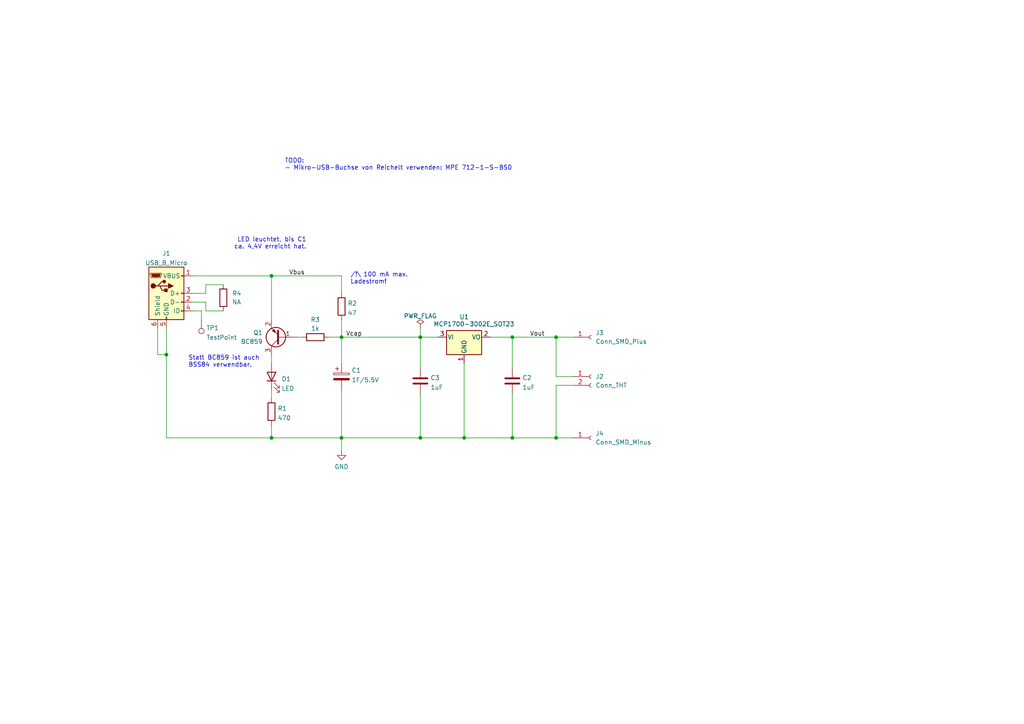
<source format=kicad_sch>
(kicad_sch (version 20211123) (generator eeschema)
  (paper "A4")
  (lib_symbols
    (symbol "Connector:Conn_01x01_Female" (pin_names (offset 1.016) hide)
      (property "Reference" "J" (at 0 2.54 0))
      (property "Value" "Conn_01x01_Female" (at 0 -2.54 0))
      (symbol "Conn_01x01_Female_1_1"
        (polyline (pts (xy -1.27 0) (xy -0.508 0)) (stroke (width 0.1524)))
        (arc (start 0 0.508) (mid -0.508 0) (end 0 -0.508) (stroke (width 0.1524)))
        (pin passive line (at -5.08 0 0) (length 3.81) (name "Pin_1") (number "1"))
      )
    )
    (symbol "Connector:Conn_01x02_Female" (pin_names (offset 1.016) hide)
      (property "Reference" "J" (at 0 2.54 0))
      (property "Value" "Conn_01x02_Female" (at 0 -5.08 0))
      (symbol "Conn_01x02_Female_1_1"
        (arc (start 0 -2.032) (mid -0.508 -2.54) (end 0 -3.048) (stroke (width 0.1524)))
        (polyline (pts (xy -1.27 -2.54) (xy -0.508 -2.54)) (stroke (width 0.1524)))
        (polyline (pts (xy -1.27 0) (xy -0.508 0)) (stroke (width 0.1524)))
        (arc (start 0 0.508) (mid -0.508 0) (end 0 -0.508) (stroke (width 0.1524)))
        (pin passive line (at -5.08 0 0) (length 3.81) (name "Pin_1") (number "1"))
        (pin passive line (at -5.08 -2.54 0) (length 3.81) (name "Pin_2") (number "2"))
      )
    )
    (symbol "Connector:TestPoint" (pin_numbers hide) (pin_names (offset 0.762) hide)
      (property "Reference" "TP" (at 0 6.858 0))
      (property "Value" "TestPoint" (at 0 5.08 0))
      (symbol "TestPoint_0_1"
        (circle (center 0 3.302) (radius 0.762))
      )
      (symbol "TestPoint_1_1"
        (pin passive line (at 0 0 90) (length 2.54) (name "1") (number "1"))
      )
    )
    (symbol "Connector:USB_B_Micro" (pin_names (offset 1.016))
      (property "Reference" "J" (at -5.08 11.43 0))
      (property "Value" "USB_B_Micro" (at -5.08 8.89 0))
      (symbol "USB_B_Micro_0_1"
        (rectangle (start -5.08 -7.62) (end 5.08 7.62) (stroke (width 0.254)) (fill (type background)))
        (circle (center -3.81 2.159) (radius 0.635) (stroke (width 0.254)) (fill (type outline)))
        (circle (center -0.635 3.429) (radius 0.381) (stroke (width 0.254)) (fill (type outline)))
        (rectangle (start -0.127 -7.62) (end 0.127 -6.858))
        (polyline (pts (xy -1.905 2.159) (xy 0.635 2.159)) (stroke (width 0.254)))
        (polyline (pts (xy -3.175 2.159) (xy -2.54 2.159) (xy -1.27 3.429) (xy -0.635 3.429)) (stroke (width 0.254)))
        (polyline (pts (xy -2.54 2.159) (xy -1.905 2.159) (xy -1.27 0.889) (xy 0 0.889)) (stroke (width 0.254)))
        (polyline (pts (xy 0.635 2.794) (xy 0.635 1.524) (xy 1.905 2.159) (xy 0.635 2.794)) (stroke (width 0.254)) (fill (type outline)))
        (polyline (pts (xy -4.318 5.588) (xy -1.778 5.588) (xy -2.032 4.826) (xy -4.064 4.826) (xy -4.318 5.588)) (fill (type outline)))
        (polyline (pts (xy -4.699 5.842) (xy -4.699 5.588) (xy -4.445 4.826) (xy -4.445 4.572) (xy -1.651 4.572) (xy -1.651 4.826) (xy -1.397 5.588) (xy -1.397 5.842) (xy -4.699 5.842)))
        (rectangle (start 0.254 1.27) (end -0.508 0.508) (stroke (width 0.254)) (fill (type outline)))
        (rectangle (start 5.08 -5.207) (end 4.318 -4.953))
        (rectangle (start 5.08 -2.667) (end 4.318 -2.413))
        (rectangle (start 5.08 -0.127) (end 4.318 0.127))
        (rectangle (start 5.08 4.953) (end 4.318 5.207))
      )
      (symbol "USB_B_Micro_1_1"
        (pin power_out line (at 7.62 5.08 180) (length 2.54) (name "VBUS") (number "1"))
        (pin bidirectional line (at 7.62 -2.54 180) (length 2.54) (name "D-") (number "2"))
        (pin bidirectional line (at 7.62 0 180) (length 2.54) (name "D+") (number "3"))
        (pin passive line (at 7.62 -5.08 180) (length 2.54) (name "ID") (number "4"))
        (pin power_out line (at 0 -10.16 90) (length 2.54) (name "GND") (number "5"))
        (pin passive line (at -2.54 -10.16 90) (length 2.54) (name "Shield") (number "6"))
      )
    )
    (symbol "Device:C" (pin_numbers hide) (pin_names (offset 0.254))
      (property "Reference" "C" (at 0.635 2.54 0))
      (property "Value" "C" (at 0.635 -2.54 0))
      (symbol "C_0_1"
        (polyline (pts (xy -2.032 -0.762) (xy 2.032 -0.762)) (stroke (width 0.508)))
        (polyline (pts (xy -2.032 0.762) (xy 2.032 0.762)) (stroke (width 0.508)))
      )
      (symbol "C_1_1"
        (pin passive line (at 0 3.81 270) (length 2.794) (name "~") (number "1"))
        (pin passive line (at 0 -3.81 90) (length 2.794) (name "~") (number "2"))
      )
    )
    (symbol "Device:C_Polarized" (pin_numbers hide) (pin_names (offset 0.254))
      (property "Reference" "C" (at 0.635 2.54 0))
      (property "Value" "C_Polarized" (at 0.635 -2.54 0))
      (symbol "C_Polarized_0_1"
        (rectangle (start -2.286 0.508) (end 2.286 1.016))
        (polyline (pts (xy -1.778 2.286) (xy -0.762 2.286)))
        (polyline (pts (xy -1.27 2.794) (xy -1.27 1.778)))
        (rectangle (start 2.286 -0.508) (end -2.286 -1.016) (fill (type outline)))
      )
      (symbol "C_Polarized_1_1"
        (pin passive line (at 0 3.81 270) (length 2.794) (name "~") (number "1"))
        (pin passive line (at 0 -3.81 90) (length 2.794) (name "~") (number "2"))
      )
    )
    (symbol "Device:LED" (pin_numbers hide) (pin_names (offset 1.016) hide)
      (property "Reference" "D" (at 0 2.54 0))
      (property "Value" "LED" (at 0 -2.54 0))
      (symbol "LED_0_1"
        (polyline (pts (xy -1.27 -1.27) (xy -1.27 1.27)) (stroke (width 0.254)))
        (polyline (pts (xy -1.27 0) (xy 1.27 0)))
        (polyline (pts (xy 1.27 -1.27) (xy 1.27 1.27) (xy -1.27 0) (xy 1.27 -1.27)) (stroke (width 0.254)))
        (polyline (pts (xy -3.048 -0.762) (xy -4.572 -2.286) (xy -3.81 -2.286) (xy -4.572 -2.286) (xy -4.572 -1.524)))
        (polyline (pts (xy -1.778 -0.762) (xy -3.302 -2.286) (xy -2.54 -2.286) (xy -3.302 -2.286) (xy -3.302 -1.524)))
      )
      (symbol "LED_1_1"
        (pin passive line (at -3.81 0 0) (length 2.54) (name "K") (number "1"))
        (pin passive line (at 3.81 0 180) (length 2.54) (name "A") (number "2"))
      )
    )
    (symbol "Device:R" (pin_numbers hide) (pin_names (offset 0))
      (property "Reference" "R" (at 2.032 0 90))
      (property "Value" "R" (at 0 0 90))
      (symbol "R_0_1"
        (rectangle (start -1.016 -2.54) (end 1.016 2.54) (stroke (width 0.254)))
      )
      (symbol "R_1_1"
        (pin passive line (at 0 3.81 270) (length 1.27) (name "~") (number "1"))
        (pin passive line (at 0 -3.81 90) (length 1.27) (name "~") (number "2"))
      )
    )
    (symbol "Regulator_Linear:MCP1700-3002E_SOT23" (pin_names (offset 0.254))
      (property "Reference" "U" (at -3.81 3.175 0))
      (property "Value" "MCP1700-3002E_SOT23" (at 0 3.175 0))
      (symbol "MCP1700-3002E_SOT23_0_1"
        (rectangle (start -5.08 1.905) (end 5.08 -5.08) (stroke (width 0.254)) (fill (type background)))
      )
      (symbol "MCP1700-3002E_SOT23_1_1"
        (pin power_in line (at 0 -7.62 90) (length 2.54) (name "GND") (number "1"))
        (pin power_out line (at 7.62 0 180) (length 2.54) (name "VO") (number "2"))
        (pin power_in line (at -7.62 0 0) (length 2.54) (name "VI") (number "3"))
      )
    )
    (symbol "Transistor_BJT:BC859" (pin_names (offset 0) hide)
      (property "Reference" "Q" (at 5.08 1.905 0))
      (property "Value" "BC859" (at 5.08 0 0))
      (symbol "BC859_0_1"
        (polyline (pts (xy 0.635 0.635) (xy 2.54 2.54)))
        (polyline (pts (xy 0.635 -0.635) (xy 2.54 -2.54) (xy 2.54 -2.54)))
        (polyline (pts (xy 0.635 1.905) (xy 0.635 -1.905) (xy 0.635 -1.905)) (stroke (width 0.508)))
        (polyline (pts (xy 2.286 -1.778) (xy 1.778 -2.286) (xy 1.27 -1.27) (xy 2.286 -1.778) (xy 2.286 -1.778)) (fill (type outline)))
        (circle (center 1.27 0) (radius 2.8194) (stroke (width 0.254)))
      )
      (symbol "BC859_1_1"
        (pin input line (at -5.08 0 0) (length 5.715) (name "B") (number "1"))
        (pin passive line (at 2.54 -5.08 90) (length 2.54) (name "E") (number "2"))
        (pin passive line (at 2.54 5.08 270) (length 2.54) (name "C") (number "3"))
      )
    )
    (symbol "power:GND" (power) (pin_names (offset 0))
      (property "Value" "GND" (at 0 -3.81 0))
      (symbol "GND_0_1"
        (polyline (pts (xy 0 0) (xy 0 -1.27) (xy 1.27 -1.27) (xy 0 -2.54) (xy -1.27 -1.27) (xy 0 -1.27)))
      )
      (symbol "GND_1_1"
        (pin power_in line (at 0 0 270) (length 0) hide (name "GND") (number "1"))
      )
    )
    (symbol "power:PWR_FLAG" (power) (pin_numbers hide) (pin_names (offset 0) hide)
      (property "Value" "PWR_FLAG" (at 0 3.81 0))
      (symbol "PWR_FLAG_0_0"
        (pin power_out line (at 0 0 90) (length 0) (name "pwr") (number "1"))
      )
      (symbol "PWR_FLAG_0_1"
        (polyline (pts (xy 0 0) (xy 0 1.27) (xy -1.016 1.905) (xy 0 2.54) (xy 1.016 1.905) (xy 0 1.27)))
      )
    )
  )
  (junction (at 121.92 127))
  (junction (at 121.92 97.79))
  (junction (at 148.59 127))
  (junction (at 99.06 127))
  (junction (at 161.29 127))
  (junction (at 148.59 97.79))
  (junction (at 78.74 80.01))
  (junction (at 134.62 127))
  (junction (at 99.06 97.79))
  (junction (at 78.74 127))
  (junction (at 161.29 97.79))
  (junction (at 48.26 102.87))
  (wire (pts (xy 161.29 127) (xy 166.37 127)))
  (wire (pts (xy 58.42 90.17) (xy 55.88 90.17)))
  (wire (pts (xy 121.92 127) (xy 134.62 127)))
  (wire (pts (xy 58.42 92.71) (xy 58.42 90.17)))
  (wire (pts (xy 78.74 102.87) (xy 78.74 105.41)))
  (wire (pts (xy 55.88 80.01) (xy 78.74 80.01)))
  (wire (pts (xy 55.88 87.63) (xy 59.69 87.63)))
  (wire (pts (xy 161.29 111.76) (xy 161.29 127)))
  (wire (pts (xy 148.59 97.79) (xy 148.59 106.68)))
  (wire (pts (xy 59.69 85.09) (xy 59.69 82.55)))
  (wire (pts (xy 99.06 127) (xy 99.06 130.81)))
  (wire (pts (xy 161.29 97.79) (xy 166.37 97.79)))
  (wire (pts (xy 99.06 127) (xy 78.74 127)))
  (wire (pts (xy 78.74 80.01) (xy 99.06 80.01)))
  (wire (pts (xy 99.06 80.01) (xy 99.06 85.09)))
  (wire (pts (xy 99.06 92.71) (xy 99.06 97.79)))
  (wire (pts (xy 86.36 97.79) (xy 87.63 97.79)))
  (wire (pts (xy 45.72 102.87) (xy 48.26 102.87)))
  (wire (pts (xy 161.29 127) (xy 148.59 127)))
  (wire (pts (xy 134.62 127) (xy 134.62 105.41)))
  (wire (pts (xy 121.92 97.79) (xy 127 97.79)))
  (wire (pts (xy 166.37 111.76) (xy 161.29 111.76)))
  (wire (pts (xy 78.74 127) (xy 48.26 127)))
  (wire (pts (xy 78.74 113.03) (xy 78.74 115.57)))
  (wire (pts (xy 161.29 109.22) (xy 166.37 109.22)))
  (wire (pts (xy 59.69 87.63) (xy 59.69 90.17)))
  (wire (pts (xy 99.06 113.03) (xy 99.06 127)))
  (wire (pts (xy 121.92 114.3) (xy 121.92 127)))
  (wire (pts (xy 48.26 102.87) (xy 48.26 95.25)))
  (wire (pts (xy 59.69 90.17) (xy 64.77 90.17)))
  (wire (pts (xy 48.26 127) (xy 48.26 102.87)))
  (wire (pts (xy 99.06 97.79) (xy 121.92 97.79)))
  (wire (pts (xy 59.69 82.55) (xy 64.77 82.55)))
  (wire (pts (xy 148.59 127) (xy 134.62 127)))
  (wire (pts (xy 121.92 95.25) (xy 121.92 97.79)))
  (wire (pts (xy 78.74 123.19) (xy 78.74 127)))
  (wire (pts (xy 78.74 80.01) (xy 78.74 92.71)))
  (wire (pts (xy 121.92 97.79) (xy 121.92 106.68)))
  (wire (pts (xy 99.06 127) (xy 121.92 127)))
  (wire (pts (xy 148.59 114.3) (xy 148.59 127)))
  (wire (pts (xy 95.25 97.79) (xy 99.06 97.79)))
  (wire (pts (xy 45.72 95.25) (xy 45.72 102.87)))
  (wire (pts (xy 99.06 97.79) (xy 99.06 105.41)))
  (wire (pts (xy 161.29 97.79) (xy 161.29 109.22)))
  (wire (pts (xy 142.24 97.79) (xy 148.59 97.79)))
  (wire (pts (xy 148.59 97.79) (xy 161.29 97.79)))
  (wire (pts (xy 55.88 85.09) (xy 59.69 85.09)))
  (text "TODO:\n- Mikro-USB-Buchse von Reichelt verwenden: MPE 712-1-S-BS0" (at 82.55 49.53 0) (effects (font (size 1.27 1.27)) (justify left bottom)))
  (text "LED leuchtet, bis C1\nca. 4,4V erreicht hat." (at 88.9 72.39 180) (effects (font (size 1.27 1.27)) (justify right bottom)))
  (text "/!\\ 100 mA max.\nLadestrom!" (at 101.6 82.55 0) (effects (font (size 1.27 1.27)) (justify left bottom)))
  (text "Statt BC859 ist auch\nBSS84 verwendbar." (at 54.61 106.68 0) (effects (font (size 1.27 1.27)) (justify left bottom)))
  (label "Vout" (at 153.67 97.79 0))
  (label "Vbus" (at 83.82 80.01 0))
  (label "Vcap" (at 100.33 97.79 0))
  (symbol (lib_id "Connector:Conn_01x01_Female") (at 171.45 97.79 0) (unit 1)
    (property "Reference" "J3" (at 172.72 96.5199 0) (effects (justify left)))
    (property "Value" "Conn_SMD_Plus" (at 172.72 99.0599 0) (effects (justify left)))
    (property "Footprint" "TestPoint:TestPoint_Pad_2.0x2.0mm" (effects hide))
    (property "Not fitted" "y" (effects hide))
    (property "Reference" "J3" (effects hide))
    (property "Value" "Conn_SMD_Plus" (effects hide))
  )
  (symbol (lib_id "Device:R") (at 99.06 88.9 0) (unit 1)
    (property "Reference" "R2" (at 100.838 87.9915 0) (effects (justify left)))
    (property "Value" "47" (at 100.838 90.7666 0) (effects (justify left)))
    (property "Footprint" "Resistor_SMD:R_0603_1608Metric_Pad0.98x0.95mm_HandSolder" (effects hide))
    (property "Reichelt-BestNr" "SMD-0603 47" (effects hide))
  )
  (symbol (lib_id "Connector:Conn_01x01_Female") (at 171.45 127 0) (unit 1)
    (property "Reference" "J4" (at 172.72 125.7299 0) (effects (justify left)))
    (property "Value" "Conn_SMD_Minus" (at 172.72 128.2699 0) (effects (justify left)))
    (property "Footprint" "TestPoint:TestPoint_Pad_2.0x2.0mm" (effects hide))
    (property "Not fitted" "y" (effects hide))
  )
  (symbol (lib_id "Device:C_Polarized") (at 99.06 109.22 0) (unit 1)
    (property "Reference" "C1" (at 101.981 107.4225 0) (effects (justify left)))
    (property "Value" "1F/5.5V" (at 101.981 110.1976 0) (effects (justify left)))
    (property "Footprint" "Capacitor_THT:CP_Radial_D19.0mm_P20.00mm_P5.00mm" (effects hide))
    (property "Reichelt-BestNr" "KO DCL5R5105HF" (effects hide))
  )
  (symbol (lib_id "Device:R") (at 78.74 119.38 0) (unit 1)
    (property "Reference" "R1" (at 80.518 118.4715 0) (effects (justify left)))
    (property "Value" "470" (at 80.518 121.2466 0) (effects (justify left)))
    (property "Footprint" "Resistor_SMD:R_0603_1608Metric_Pad0.98x0.95mm_HandSolder" (effects hide))
    (property "Reichelt-BestNr" "SMD-0603 470" (effects hide))
  )
  (symbol (lib_id "power:GND") (at 99.06 130.81 0) (unit 1)
    (property "Reference" "#PWR01" (effects hide))
    (property "Value" "GND" (at 99.06 135.3725 0))
  )
  (symbol (lib_id "Device:R") (at 91.44 97.79 90) (unit 1)
    (property "Reference" "R3" (at 91.44 92.71 90))
    (property "Value" "1k" (at 91.44 95.25 90))
    (property "Footprint" "Resistor_SMD:R_0603_1608Metric_Pad0.98x0.95mm_HandSolder" (effects hide))
    (property "Reichelt-BestNr" "SMD-0603 1,0K" (effects hide))
  )
  (symbol (lib_id "Device:C") (at 148.59 110.49 0) (unit 1)
    (property "Reference" "C2" (at 151.511 109.5815 0) (effects (justify left)))
    (property "Value" "1uF" (at 151.511 112.3566 0) (effects (justify left)))
    (property "Footprint" "Capacitor_SMD:C_0805_2012Metric_Pad1.18x1.45mm_HandSolder" (effects hide))
    (property "Reichelt-BestNr" "KEM X7R0805A1,0U" (effects hide))
  )
  (symbol (lib_id "Connector:TestPoint") (at 58.42 92.71 180) (unit 1)
    (property "Reference" "TP1" (at 59.817 95.1035 0) (effects (justify right)))
    (property "Value" "TestPoint" (at 59.817 97.8786 0) (effects (justify right)))
    (property "Footprint" "TestPoint:TestPoint_Pad_D1.5mm" (effects hide))
    (property "Not fitted" "y" (effects hide))
  )
  (symbol (lib_id "Device:LED") (at 78.74 109.22 90) (unit 1)
    (property "Reference" "D1" (at 81.661 109.899 90) (effects (justify right)))
    (property "Value" "LED" (at 81.661 112.6741 90) (effects (justify right)))
    (property "Footprint" "LED_SMD:LED_0603_1608Metric_Pad1.05x0.95mm_HandSolder" (effects hide))
    (property "Reichelt-BestNr" "WUE 150060RS750" (effects hide))
  )
  (symbol (lib_id "Connector:USB_B_Micro") (at 48.26 85.09 0) (unit 1)
    (property "Reference" "J1" (at 48.26 73.5035 0))
    (property "Value" "USB_B_Micro" (at 48.26 76.2786 0))
    (property "Footprint" "Connector_USB:USB_Micro-B_MPE-GARRY_712-1-S-BS0" (effects hide))
    (property "Reichelt-BestNr" "MPE 712-1-S-BS0" (effects hide))
  )
  (symbol (lib_id "Connector:Conn_01x02_Female") (at 171.45 109.22 0) (unit 1)
    (property "Reference" "J2" (at 172.72 109.2199 0) (effects (justify left)))
    (property "Value" "Conn_THT" (at 172.72 111.7599 0) (effects (justify left)))
    (property "Footprint" "Connector_PinSocket_2.54mm:PinSocket_1x02_P2.54mm_Vertical" (effects hide))
    (property "Not fitted" "y" (effects hide))
  )
  (symbol (lib_id "power:PWR_FLAG") (at 121.92 95.25 0) (unit 1)
    (property "Reference" "#FLG01" (effects hide))
    (property "Value" "PWR_FLAG" (at 121.92 91.6455 0))
  )
  (symbol (lib_id "Regulator_Linear:MCP1700-3002E_SOT23") (at 134.62 97.79 0) (unit 1)
    (property "Reference" "U1" (at 134.62 91.9185 0))
    (property "Value" "MCP1700-3002E_SOT23" (at 125.73 93.98 0) (effects (justify left)))
    (property "Footprint" "Package_TO_SOT_SMD:SOT-23" (effects hide))
    (property "Datasheet" "http://ww1.microchip.com/downloads/en/DeviceDoc/20001826D.pdf" (effects hide))
    (property "Reichelt-BestNr" "MCP 1700T-3002E" (effects hide))
  )
  (symbol (lib_id "Device:R") (at 64.77 86.36 0) (unit 1)
    (property "Reference" "R4" (at 67.31 85.0899 0) (effects (justify left)))
    (property "Value" "NA" (at 67.31 87.6299 0) (effects (justify left)))
    (property "Footprint" "Resistor_SMD:R_0603_1608Metric_Pad0.98x0.95mm_HandSolder" (effects hide))
    (property "Not fitted" "y" (effects hide))
  )
  (symbol (lib_id "Device:C") (at 121.92 110.49 0) (unit 1)
    (property "Reference" "C3" (at 124.841 109.5815 0) (effects (justify left)))
    (property "Value" "1uF" (at 124.841 112.3566 0) (effects (justify left)))
    (property "Footprint" "Capacitor_SMD:C_0805_2012Metric_Pad1.18x1.45mm_HandSolder" (effects hide))
    (property "Reichelt-BestNr" "KEM X7R0805A1,0U" (effects hide))
  )
  (symbol (lib_id "Transistor_BJT:BC859") (at 81.28 97.79 180) (unit 1)
    (property "Reference" "Q1" (at 76.2 96.5199 0) (effects (justify left)))
    (property "Value" "BC859" (at 76.2 99.0599 0) (effects (justify left)))
    (property "Footprint" "Package_TO_SOT_SMD:SOT-23" (effects hide))
    (property "Datasheet" "http://www.infineon.com/dgdl/Infineon-BC857SERIES_BC858SERIES_BC859SERIES_BC860SERIES-DS-v01_01-en.pdf?fileId=db3a304314dca389011541da0e3a1661" (effects hide))
    (property "Reference" "Q1" (effects hide))
    (property "Reichelt-BestNr" "BC 859B SMD" (effects hide))
    (property "Value" "BC859" (effects hide))
  )
)
</source>
